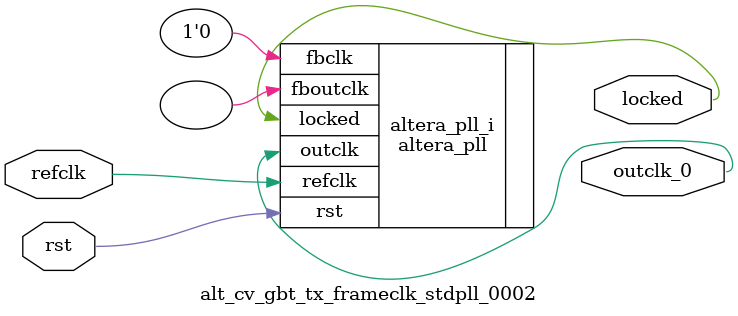
<source format=v>
`timescale 1ns/10ps
module  alt_cv_gbt_tx_frameclk_stdpll_0002(

	// interface 'refclk'
	input wire refclk,

	// interface 'reset'
	input wire rst,

	// interface 'outclk0'
	output wire outclk_0,

	// interface 'locked'
	output wire locked
);

	altera_pll #(
		.fractional_vco_multiplier("false"),
		.reference_clock_frequency("120.0 MHz"),
		.operation_mode("normal"),
		.number_of_clocks(1),
		.output_clock_frequency0("40.000000 MHz"),
		.phase_shift0("0 ps"),
		.duty_cycle0(50),
		.output_clock_frequency1("0 MHz"),
		.phase_shift1("0 ps"),
		.duty_cycle1(50),
		.output_clock_frequency2("0 MHz"),
		.phase_shift2("0 ps"),
		.duty_cycle2(50),
		.output_clock_frequency3("0 MHz"),
		.phase_shift3("0 ps"),
		.duty_cycle3(50),
		.output_clock_frequency4("0 MHz"),
		.phase_shift4("0 ps"),
		.duty_cycle4(50),
		.output_clock_frequency5("0 MHz"),
		.phase_shift5("0 ps"),
		.duty_cycle5(50),
		.output_clock_frequency6("0 MHz"),
		.phase_shift6("0 ps"),
		.duty_cycle6(50),
		.output_clock_frequency7("0 MHz"),
		.phase_shift7("0 ps"),
		.duty_cycle7(50),
		.output_clock_frequency8("0 MHz"),
		.phase_shift8("0 ps"),
		.duty_cycle8(50),
		.output_clock_frequency9("0 MHz"),
		.phase_shift9("0 ps"),
		.duty_cycle9(50),
		.output_clock_frequency10("0 MHz"),
		.phase_shift10("0 ps"),
		.duty_cycle10(50),
		.output_clock_frequency11("0 MHz"),
		.phase_shift11("0 ps"),
		.duty_cycle11(50),
		.output_clock_frequency12("0 MHz"),
		.phase_shift12("0 ps"),
		.duty_cycle12(50),
		.output_clock_frequency13("0 MHz"),
		.phase_shift13("0 ps"),
		.duty_cycle13(50),
		.output_clock_frequency14("0 MHz"),
		.phase_shift14("0 ps"),
		.duty_cycle14(50),
		.output_clock_frequency15("0 MHz"),
		.phase_shift15("0 ps"),
		.duty_cycle15(50),
		.output_clock_frequency16("0 MHz"),
		.phase_shift16("0 ps"),
		.duty_cycle16(50),
		.output_clock_frequency17("0 MHz"),
		.phase_shift17("0 ps"),
		.duty_cycle17(50),
		.pll_type("General"),
		.pll_subtype("General")
	) altera_pll_i (
		.rst	(rst),
		.outclk	({outclk_0}),
		.locked	(locked),
		.fboutclk	( ),
		.fbclk	(1'b0),
		.refclk	(refclk)
	);
endmodule


</source>
